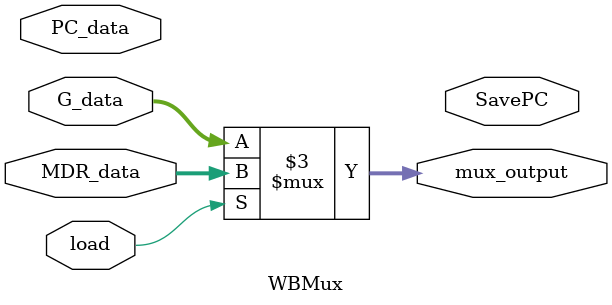
<source format=v>
module WBMux(input [15:0] MDR_data,
			 input [15:0] G_data,
			 input [7:0] PC_data,
			 input load,
			 output SavePC,
			 output reg [15:0] mux_output);

always @ ( * )
begin
    if ( load )
        mux_output <= MDR_data;
    else
        mux_output <= G_data;
end

endmodule

</source>
